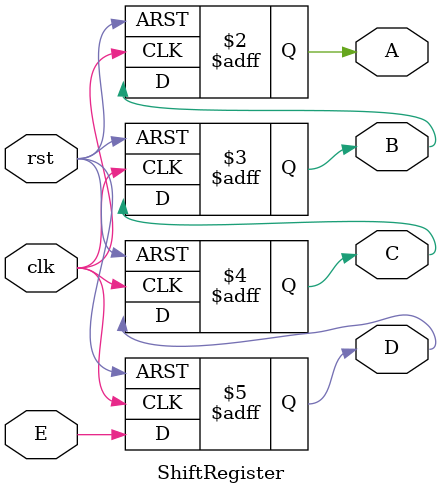
<source format=v>
module ShiftRegister (
    input E,
    input clk,
    input rst,

    output reg A,
    output reg B,
    output reg C,
    output reg D
);

  always @(posedge clk or posedge rst) begin
    if (rst) begin
      A <= 1'b0;
      B <= 1'b0;
      C <= 1'b0;
      D <= 1'b0;
    end else begin
      A <= B;
      B <= C;
      C <= D;
      D <= E;
    end
  end

endmodule

</source>
